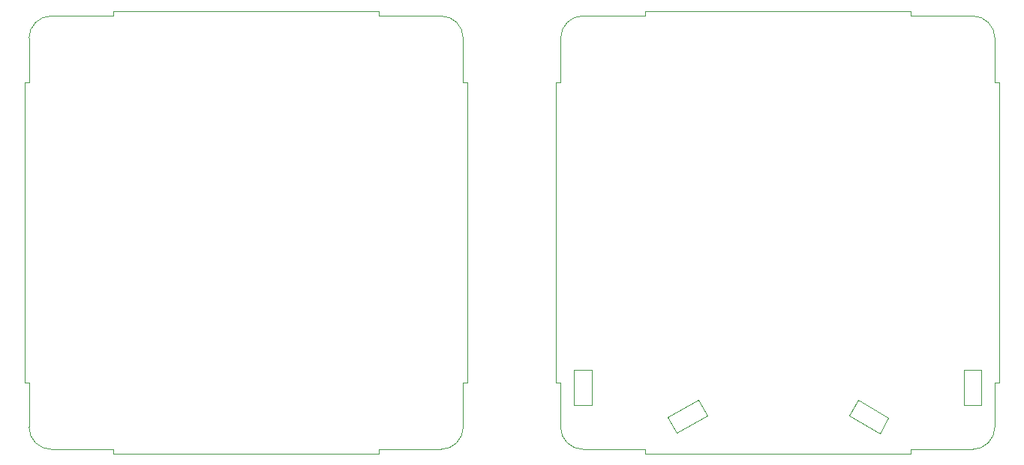
<source format=gbr>
%TF.GenerationSoftware,KiCad,Pcbnew,5.1.6-c6e7f7d~87~ubuntu18.04.1*%
%TF.CreationDate,2020-09-01T11:59:09+09:00*%
%TF.ProjectId,m5mouse,6d356d6f-7573-4652-9e6b-696361645f70,rev?*%
%TF.SameCoordinates,PX4c4b400PY8583b00*%
%TF.FileFunction,Profile,NP*%
%FSLAX46Y46*%
G04 Gerber Fmt 4.6, Leading zero omitted, Abs format (unit mm)*
G04 Created by KiCad (PCBNEW 5.1.6-c6e7f7d~87~ubuntu18.04.1) date 2020-09-01 11:59:09*
%MOMM*%
%LPD*%
G01*
G04 APERTURE LIST*
%TA.AperFunction,Profile*%
%ADD10C,0.050000*%
%TD*%
G04 APERTURE END LIST*
D10*
X97500000Y4050000D02*
X94050000Y6050000D01*
X96500000Y2300000D02*
X97500000Y4050000D01*
X94050000Y6050000D02*
X93050000Y4300000D01*
X93050000Y4300000D02*
X96500000Y2300000D01*
X77050000Y4350000D02*
X73600000Y2350000D01*
X76050000Y6100000D02*
X77050000Y4350000D01*
X72600000Y4100000D02*
X76050000Y6100000D01*
X73600000Y2350000D02*
X72600000Y4100000D01*
X106000000Y9500000D02*
X106000000Y5500000D01*
X108000000Y9500000D02*
X106000000Y9500000D01*
X106000000Y5500000D02*
X108000000Y5500000D01*
X108000000Y5500000D02*
X108000000Y9500000D01*
X62000000Y9500000D02*
X62000000Y5500000D01*
X64000000Y9500000D02*
X62000000Y9500000D01*
X64000000Y5500000D02*
X64000000Y9500000D01*
X62000000Y5500000D02*
X64000000Y5500000D01*
X63000000Y500000D02*
G75*
G02*
X60500000Y3000000I0J2500000D01*
G01*
X60500000Y47000000D02*
X60500000Y42000000D01*
X110000000Y8000000D02*
X109500000Y8000000D01*
X100000000Y500000D02*
X100000000Y0D01*
X107000000Y500000D02*
X100000000Y500000D01*
X60500000Y3000000D02*
X60500000Y8000000D01*
X63000000Y500000D02*
X70000000Y500000D01*
X70000000Y500000D02*
X70000000Y0D01*
X110000000Y42000000D02*
X109500000Y42000000D01*
X100000000Y49500000D02*
X100000000Y50000000D01*
X63000000Y49500000D02*
G75*
G03*
X60500000Y47000000I0J-2500000D01*
G01*
X109500000Y3000000D02*
X109500000Y8000000D01*
X107000000Y49500000D02*
X100000000Y49500000D01*
X107000000Y49500000D02*
G75*
G02*
X109500000Y47000000I0J-2500000D01*
G01*
X109500000Y47000000D02*
X109500000Y42000000D01*
X60000000Y42000000D02*
X60500000Y42000000D01*
X70000000Y49500000D02*
X70000000Y50000000D01*
X70000000Y50000000D02*
X100000000Y50000000D01*
X110000000Y42000000D02*
X110000000Y8000000D01*
X100000000Y0D02*
X70000000Y0D01*
X60000000Y8000000D02*
X60500000Y8000000D01*
X60000000Y8000000D02*
X60000000Y42000000D01*
X107000000Y500000D02*
G75*
G03*
X109500000Y3000000I0J2500000D01*
G01*
X63000000Y49500000D02*
X70000000Y49500000D01*
X49500000Y3000000D02*
X49500000Y8000000D01*
X47000000Y500000D02*
G75*
G03*
X49500000Y3000000I0J2500000D01*
G01*
X47000000Y500000D02*
X40000000Y500000D01*
X40000000Y500000D02*
X40000000Y0D01*
X50000000Y8000000D02*
X49500000Y8000000D01*
X500000Y47000000D02*
X500000Y42000000D01*
X3000000Y49500000D02*
G75*
G03*
X500000Y47000000I0J-2500000D01*
G01*
X3000000Y49500000D02*
X10000000Y49500000D01*
X10000000Y49500000D02*
X10000000Y50000000D01*
X0Y42000000D02*
X500000Y42000000D01*
X49500000Y47000000D02*
X49500000Y42000000D01*
X47000000Y49500000D02*
G75*
G02*
X49500000Y47000000I0J-2500000D01*
G01*
X47000000Y49500000D02*
X40000000Y49500000D01*
X40000000Y49500000D02*
X40000000Y50000000D01*
X50000000Y42000000D02*
X49500000Y42000000D01*
X10000000Y500000D02*
X10000000Y0D01*
X3000000Y500000D02*
X10000000Y500000D01*
X500000Y3000000D02*
X500000Y8000000D01*
X3000000Y500000D02*
G75*
G02*
X500000Y3000000I0J2500000D01*
G01*
X0Y8000000D02*
X500000Y8000000D01*
X40000000Y0D02*
X10000000Y0D01*
X50000000Y42000000D02*
X50000000Y8000000D01*
X10000000Y50000000D02*
X40000000Y50000000D01*
X0Y8000000D02*
X0Y42000000D01*
M02*

</source>
